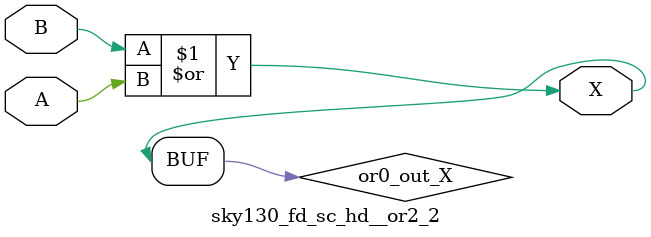
<source format=v>
/*
 * Copyright 2020 The SkyWater PDK Authors
 *
 * Licensed under the Apache License, Version 2.0 (the "License");
 * you may not use this file except in compliance with the License.
 * You may obtain a copy of the License at
 *
 *     https://www.apache.org/licenses/LICENSE-2.0
 *
 * Unless required by applicable law or agreed to in writing, software
 * distributed under the License is distributed on an "AS IS" BASIS,
 * WITHOUT WARRANTIES OR CONDITIONS OF ANY KIND, either express or implied.
 * See the License for the specific language governing permissions and
 * limitations under the License.
 *
 * SPDX-License-Identifier: Apache-2.0
*/


`ifndef SKY130_FD_SC_HD__OR2_2_FUNCTIONAL_V
`define SKY130_FD_SC_HD__OR2_2_FUNCTIONAL_V

/**
 * or2: 2-input OR.
 *
 * Verilog simulation functional model.
 */

`timescale 1ns / 1ps
`default_nettype none

`celldefine
module sky130_fd_sc_hd__or2_2 (
    X,
    A,
    B
);

    // Module ports
    output X;
    input  A;
    input  B;

    // Local signals
    wire or0_out_X;

    //  Name  Output     Other arguments
    or  or0  (or0_out_X, B, A           );
    buf buf0 (X        , or0_out_X      );

endmodule
`endcelldefine

`default_nettype wire
`endif  // SKY130_FD_SC_HD__OR2_2_FUNCTIONAL_V

</source>
